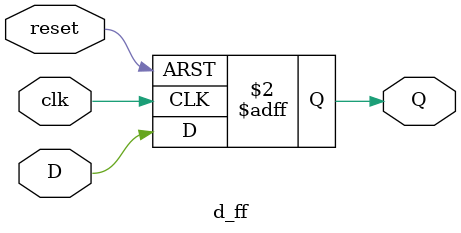
<source format=v>
`timescale 1ns / 1ps
module d_ff(D, Q, reset, clk);
	 
	input D, reset, clk;
	output reg Q;
	
	always @ (posedge clk or posedge reset) begin
	   if(reset)
	       Q <= 1'b0;
	   else
	       Q <= D;
	end

endmodule

</source>
